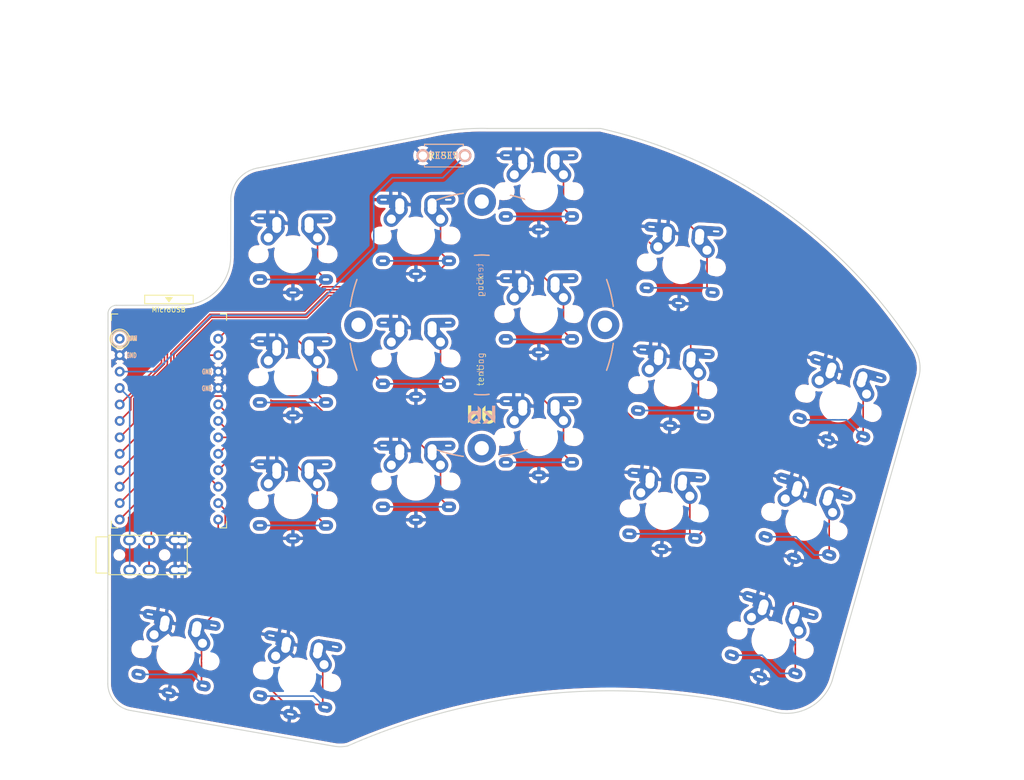
<source format=kicad_pcb>
(kicad_pcb (version 20211014) (generator pcbnew)
  (title_block (title "hypergolic") (date "2020-12-26") (rev "0.1") (company "broomlabs"))
  (layers (0 "F.Cu" signal) (31 "B.Cu" signal) (34 "B.Paste" user) (35 "F.Paste" user) (36 "B.SilkS" user "B.Silkscreen") (37 "F.SilkS" user "F.Silkscreen") (38 "B.Mask" user) (39 "F.Mask" user) (44 "Edge.Cuts" user))
  (net 0 "")
  (net 1 "reset")
  (net 2 "gnd")
  (net 3 "vcc")
  (net 4 "Switch18")
  (net 5 "Switch1")
  (net 6 "Switch2")
  (net 7 "Switch3")
  (net 8 "Switch4")
  (net 9 "Switch5")
  (net 10 "Switch6")
  (net 11 "Switch7")
  (net 12 "Switch8")
  (net 13 "Switch9")
  (net 14 "Switch10")
  (net 15 "Switch11")
  (net 16 "Switch12")
  (net 17 "Switch13")
  (net 18 "Switch14")
  (net 19 "Switch15")
  (net 20 "Switch16")
  (net 21 "Switch17")
  (net 22 "raw")
  (footprint "kbd:ProMicro_v3_min-tb" (layer "F.Cu") (at 47.668156 66.370105)
    (fp_text reference "U1" hide)
    (fp_text value "ProMicro-kbd" hide)
  )
  (footprint "kbd:Tenting_Puck2" (layer "F.Cu") (at 96 49.75)
    (fp_text reference "REF**")
    (fp_text value "Tenting Puck")
  )
  (footprint "Kailh:TRRS-PJ-DPB2" (layer "F.Cu") (at 38.4 85.3 90)
    (fp_text reference "Jack0" hide)
    (fp_text value "TRRS" hide)
  )
  (footprint "kbd:ResetSW" (layer "B.Cu") (at 90.15 23.6 180)
    (fp_text reference "RSW1" hide)
    (fp_text value "SW_Push")
  )
  (footprint "Kailh:keyswitch_cherrymx_alps_choc12_1u_flip" (layer "B.Cu") (at 151.1 61.85 164)
    (fp_text reference "SW2" hide)
    (fp_text value "SW_Push" hide)
  )
  (footprint "Kailh:keyswitch_cherrymx_alps_choc12_1u_flip" (layer "B.Cu") (at 126.835373 40.496283 176)
    (fp_text reference "SW3" hide)
    (fp_text value "SW_Push" hide)
  )
  (footprint "Kailh:keyswitch_cherrymx_alps_choc12_1u_flip" (layer "B.Cu") (at 104.82741 29.102 180)
    (fp_text reference "SW4" hide)
    (fp_text value "SW_Push" hide)
  )
  (footprint "Kailh:keyswitch_cherrymx_alps_choc12_1u_flip" (layer "B.Cu") (at 85.82741 35.962 180)
    (fp_text reference "SW5" hide)
    (fp_text value "SW_Push" hide)
  )
  (footprint "Kailh:keyswitch_cherrymx_alps_choc12_1u_flip" (layer "B.Cu") (at 66.82741 38.842 180)
    (fp_text reference "SW6" hide)
    (fp_text value "SW_Push" hide)
  )
  (footprint "Kailh:keyswitch_cherrymx_alps_choc12_1u_flip" (layer "B.Cu") (at 145.85 80.15 164)
    (fp_text reference "SW8" hide)
    (fp_text value "SW_Push" hide)
  )
  (footprint "Kailh:keyswitch_cherrymx_alps_choc12_1u_flip" (layer "B.Cu") (at 125.51 59.45 176)
    (fp_text reference "SW9" hide)
    (fp_text value "SW_Push" hide)
  )
  (footprint "Kailh:keyswitch_cherrymx_alps_choc12_1u_flip" (layer "B.Cu") (at 104.82741 48.092 180)
    (fp_text reference "SW10" hide)
    (fp_text value "SW_Push" hide)
  )
  (footprint "Kailh:keyswitch_cherrymx_alps_choc12_1u_flip" (layer "B.Cu") (at 85.82741 54.962 180)
    (fp_text reference "SW11" hide)
    (fp_text value "SW_Push" hide)
  )
  (footprint "Kailh:keyswitch_cherrymx_alps_choc12_1u_flip" (layer "B.Cu") (at 66.82741 57.842 180)
    (fp_text reference "SW12" hide)
    (fp_text value "SW_Push" hide)
  )
  (footprint "Kailh:keyswitch_cherrymx_alps_choc12_1u_flip" (layer "B.Cu") (at 140.618952 98.44645 164)
    (fp_text reference "SW14" hide)
    (fp_text value "SW_Push" hide)
  )
  (footprint "Kailh:keyswitch_cherrymx_alps_choc12_1u_flip" (layer "B.Cu") (at 124.183479 78.501258 176)
    (fp_text reference "SW15" hide)
    (fp_text value "SW_Push" hide)
  )
  (footprint "Kailh:keyswitch_cherrymx_alps_choc12_1u_flip" (layer "B.Cu") (at 104.82741 67.092 180)
    (fp_text reference "SW16" hide)
    (fp_text value "SW_Push" hide)
  )
  (footprint "Kailh:keyswitch_cherrymx_alps_choc12_1u_flip" (layer "B.Cu") (at 85.82741 73.967 180)
    (fp_text reference "SW17" hide)
    (fp_text value "SW_Push" hide)
  )
  (footprint "Kailh:keyswitch_cherrymx_alps_choc12_1u_flip" (layer "B.Cu") (at 66.82741 76.842 180)
    (fp_text reference "SW18" hide)
    (fp_text value "SW_Push" hide)
  )
  (footprint "Kailh:keyswitch_cherrymx_alps_choc12_1u_flip" (layer "B.Cu") (at 67.45 104.1 170)
    (fp_text reference "SW20" hide)
    (fp_text value "SW_Push" hide)
  )
  (footprint "Kailh:keyswitch_cherrymx_alps_choc12_1u_flip" (layer "B.Cu") (at 48.66941 100.8 170)
    (fp_text reference "SW21" hide)
    (fp_text value "SW_Push" hide)
  )
  (gr_circle (center 40.050892 51.9) (end 38.650892 51.85) (layer "B.SilkS") (width 0.1) (fill none))
  (gr_circle (center 40.05 51.9) (end 38.907634 51.9) (layer "B.SilkS") (width 0.1) (fill none))
  (gr_circle (center 40.05 51.907481) (end 40.2 50.407481) (layer "F.SilkS") (width 0.15) (fill none))
  (gr_circle (center 40.05 51.9) (end 40.15 50.7) (layer "F.SilkS") (width 0.15) (fill none))
  (gr_line (start 49.325915 46.71321) (end 39.602848 46.729443) (layer "Edge.Cuts") (width 0.15))
  (gr_line (start 57.216703 30.635586) (end 57.199774 39.24159) (layer "Edge.Cuts") (width 0.15))
  (gr_arc (start 162.85 53.4) (mid 163.673414 55.708885) (end 163.45 58.15) (layer "Edge.Cuts") (width 0.15))
  (gr_arc (start 150.141053 104.735229) (mid 146.569791 108.918825) (end 141.1 109.5) (layer "Edge.Cuts") (width 0.15))
  (gr_arc (start 57.216703 30.635586) (mid 58.391524 27.252946) (end 61.508904 25.491016) (layer "Edge.Cuts") (width 0.15))
  (gr_arc (start 57.199774 39.24159) (mid 54.85 44.65) (end 49.325915 46.71321) (layer "Edge.Cuts") (width 0.15))
  (gr_line (start 114.35 19.4) (end 96.819231 19.395153) (layer "Edge.Cuts") (width 0.15))
  (gr_arc (start 41.815813 109.344622) (mid 39.269411 107.95) (end 38.215813 105.244622) (layer "Edge.Cuts") (width 0.15))
  (gr_arc (start 75.283396 114.814) (mid 107.744297 106.615712) (end 141.1 109.5) (layer "Edge.Cuts") (width 0.15))
  (gr_arc (start 114.35 19.4) (mid 141.926583 31.654727) (end 162.85 53.4) (layer "Edge.Cuts") (width 0.15))
  (gr_line (start 38.253004 48.00697) (end 38.215813 105.244622) (layer "Edge.Cuts") (width 0.15))
  (gr_arc (start 87.891096 20.308985) (mid 92.326888 19.575818) (end 96.819231 19.395153) (layer "Edge.Cuts") (width 0.15))
  (gr_line (start 41.815813 109.344622) (end 73.16941 114.85) (layer "Edge.Cuts") (width 0.15))
  (gr_line (start 87.891096 20.308985) (end 61.508904 25.491016) (layer "Edge.Cuts") (width 0.15))
  (gr_arc (start 38.253004 48.00697) (mid 38.65 47.074548) (end 39.602848 46.729443) (layer "Edge.Cuts") (width 0.15))
  (gr_arc (start 75.283396 114.814) (mid 74.228149 114.934509) (end 73.16941 114.85) (layer "Edge.Cuts") (width 0.15))
  (gr_line (start 150.141053 104.735229) (end 163.45 58.15) (layer "Edge.Cuts") (width 0.15))
  (segment (start 93.4 23.6) (end 89.975 27.025) (width 0.25) (layer "B.Cu") (net 1))
  (segment (start 89.975 27.025) (end 82.175 27.025) (width 0.25) (layer "B.Cu") (net 1))
  (segment (start 68.825 48.275) (end 54.275 48.275) (width 0.25) (layer "B.Cu") (net 1))
  (segment (start 79.30289 29.89711) (end 79.30289 37.79711) (width 0.25) (layer "B.Cu") (net 1))
  (segment (start 79.30289 37.79711) (end 68.825 48.275) (width 0.25) (layer "B.Cu") (net 1))
  (segment (start 82.175 27.025) (end 79.30289 29.89711) (width 0.25) (layer "B.Cu") (net 1))
  (segment (start 54.275 48.275) (end 45.577895 56.972105) (width 0.25) (layer "B.Cu") (net 1))
  (segment (start 45.577895 56.972105) (end 40.059556 56.972105) (width 0.25) (layer "B.Cu") (net 1))
  (segment (start 121.9 37) (end 122.272769 37.372769) (width 0.25) (layer "F.Cu") (net 2))
  (segment (start 41.6 83) (end 41.6 87.61) (width 0.25) (layer "B.Cu") (net 3))
  (segment (start 41.6 87.61) (end 41.62 87.63) (width 0.25) (layer "B.Cu") (net 3))
  (segment (start 40.059556 59.512105) (end 41.6 61.052549) (width 0.25) (layer "B.Cu") (net 3))
  (segment (start 41.6 61.052549) (end 41.6 83) (width 0.25) (layer "B.Cu") (net 3))
  (segment (start 52.974566 54.432105) (end 44.94808 62.458591) (width 0.25) (layer "F.Cu") (net 4))
  (segment (start 44.94808 62.458591) (end 44.94808 65.24808) (width 0.25) (layer "F.Cu") (net 4))
  (segment (start 44.6 87.61) (end 44.62 87.63) (width 0.25) (layer "F.Cu") (net 4))
  (segment (start 44.94808 65.24808) (end 44.94808 65.44808) (width 0.25) (layer "F.Cu") (net 4))
  (segment (start 44.6 83) (end 44.6 87.61) (width 0.25) (layer "F.Cu") (net 4))
  (segment (start 55.279556 54.432105) (end 52.974566 54.432105) (width 0.25) (layer "F.Cu") (net 4))
  (segment (start 44.94808 65.44808) (end 44.94808 65.49808) (width 0.25) (layer "F.Cu") (net 4))
  (segment (start 44.94808 65.24808) (end 44.94808 82.65192) (width 0.25) (layer "F.Cu") (net 4))
  (segment (start 44.94808 82.65192) (end 44.6 83) (width 0.25) (layer "F.Cu") (net 4))
  (segment (start 63.85 60.75) (end 63.05 59.95) (width 0.25) (layer "F.Cu") (net 5))
  (segment (start 136.008738 69.75) (end 135.413107 70.345631) (width 0.25) (layer "F.Cu") (net 5))
  (segment (start 53.9 60.75) (end 52.7 61.95) (width 0.25) (layer "F.Cu") (net 5))
  (segment (start 152.18212 69.75) (end 136.008738 69.75) (width 0.25) (layer "F.Cu") (net 5))
  (segment (start 52.7 72.17255) (end 55.279556 74.752105) (width 0.25) (layer "F.Cu") (net 5))
  (segment (start 135.413107 70.345631) (end 125.504369 70.345631) (width 0.25) (layer "F.Cu") (net 5))
  (segment (start 155.45567 60.446205) (end 154.927449 60.974426) (width 0.25) (layer "F.Cu") (net 5))
  (segment (start 154.927449 67.004671) (end 152.18212 69.75) (width 0.25) (layer "F.Cu") (net 5))
  (segment (start 63.05 59.95) (end 57.65 59.95) (width 0.25) (layer "F.Cu") (net 5))
  (segment (start 57.65 59.95) (end 56.85 60.75) (width 0.25) (layer "F.Cu") (net 5))
  (segment (start 52.7 61.95) (end 52.7 72.17255) (width 0.25) (layer "F.Cu") (net 5))
  (segment (start 113.259218 58.10048) (end 97.528085 58.10048) (width 0.25) (layer "F.Cu") (net 5))
  (segment (start 125.504369 70.345631) (end 113.259218 58.10048) (width 0.25) (layer "F.Cu") (net 5))
  (segment (start 154.927449 60.974426) (end 154.927449 67.004671) (width 0.25) (layer "F.Cu") (net 5))
  (segment (start 91.845943 63.782621) (end 72.07772 63.782621) (width 0.25) (layer "F.Cu") (net 5))
  (segment (start 69.045099 60.75) (end 63.85 60.75) (width 0.25) (layer "F.Cu") (net 5))
  (segment (start 97.528085 58.10048) (end 91.845943 63.782621) (width 0.25) (layer "F.Cu") (net 5))
  (segment (start 56.85 60.75) (end 53.9 60.75) (width 0.25) (layer "F.Cu") (net 5))
  (segment (start 72.07772 63.782621) (end 69.045099 60.75) (width 0.25) (layer "F.Cu") (net 5))
  (segment (start 145.354431 64.425021) (end 152.347799 64.425021) (width 0.25) (layer "B.Cu") (net 5))
  (segment (start 152.347799 64.425021) (end 154.927449 67.004671) (width 0.25) (layer "B.Cu") (net 5))
  (segment (start 145.12258 64.19317) (end 145.354431 64.425021) (width 0.25) (layer "B.Cu") (net 5))
  (segment (start 121.45 31.65) (end 116.1 37) (width 0.25) (layer "F.Cu") (net 6))
  (segment (start 129.664114 35.882367) (end 125.431747 31.65) (width 0.25) (layer "F.Cu") (net 6))
  (segment (start 130.803995 43.895637) (end 131.650899 44.742541) (width 0.25) (layer "F.Cu") (net 6))
  (segment (start 116.1 37) (end 97.185718 37) (width 0.25) (layer "F.Cu") (net 6))
  (segment (start 68.786983 48.128577) (end 53.978577 48.128577) (width 0.25) (layer "F.Cu") (net 6))
  (segment (start 47.978577 56.040236) (end 42.674871 61.343944) (width 0.25) (layer "F.Cu") (net 6))
  (segment (start 128.915958 37.372769) (end 129.608309 36.680418) (width 0.25) (layer "F.Cu") (net 6))
  (segment (start 89.420158 44.76556) (end 72.15 44.76556) (width 0.25) (layer "F.Cu") (net 6))
  (segment (start 97.185718 37) (end 89.420158 44.76556) (width 0.25) (layer "F.Cu") (net 6))
  (segment (start 53.978577 48.128577) (end 47.978577 54.128577) (width 0.25) (layer "F.Cu") (net 6))
  (segment (start 72.15 44.76556) (end 68.786983 48.128577) (width 0.25) (layer "F.Cu") (net 6))
  (segment (start 42.674871 61.343944) (end 42.674871 67.05679) (width 0.25) (layer "F.Cu") (net 6))
  (segment (start 42.674871 67.05679) (end 40.059556 69.672105) (width 0.25) (layer "F.Cu") (net 6))
  (segment (start 125.431747 31.65) (end 121.45 31.65) (width 0.25) (layer "F.Cu") (net 6))
  (segment (start 47.978577 54.128577) (end 47.978577 56.040236) (width 0.25) (layer "F.Cu") (net 6))
  (segment (start 130.803995 38.217569) (end 130.803995 43.895637) (width 0.25) (layer "F.Cu") (net 6))
  (segment (start 130.939383 44.031025) (end 131.650899 44.742541) (width 0.25) (layer "B.Cu") (net 6))
  (segment (start 121.475746 44.031025) (end 130.939383 44.031025) (width 0.25) (layer "B.Cu") (net 6))
  (segment (start 47.417379 54.054057) (end 47.417379 55.965717) (width 0.25) (layer "F.Cu") (net 7))
  (segment (start 53.871917 47.599519) (end 47.417379 54.054057) (width 0.25) (layer "F.Cu") (net 7))
  (segment (start 68.666521 47.599519) (end 53.871917 47.599519) (width 0.25) (layer "F.Cu") (net 7))
  (segment (start 71.95 44.31604) (end 68.666521 47.599519) (width 0.25) (layer "F.Cu") (net 7))
  (segment (start 47.417379 55.965717) (end 42.225351 61.157746) (width 0.25) (layer "F.Cu") (net 7))
  (segment (start 89.23396 44.31604) (end 71.95 44.31604) (width 0.25) (layer "F.Cu") (net 7))
  (segment (start 108.62741 31.702) (end 109.92741 33.002) (width 0.25) (layer "F.Cu") (net 7))
  (segment (start 42.225351 64.96631) (end 40.059556 67.132105) (width 0.25) (layer "F.Cu") (net 7))
  (segment (start 106.489705 36.439705) (end 97.110295 36.439705) (width 0.25) (layer "F.Cu") (net 7))
  (segment (start 108.62741 26.552) (end 108.62741 31.702) (width 0.25) (layer "F.Cu") (net 7))
  (segment (start 42.225351 61.157746) (end 42.225351 64.96631) (width 0.25) (layer "F.Cu") (net 7))
  (segment (start 109.92741 33.002) (end 106.489705 36.439705) (width 0.25) (layer "F.Cu") (net 7))
  (segment (start 97.110295 36.439705) (end 89.23396 44.31604) (width 0.25) (layer "F.Cu") (net 7))
  (segment (start 109.92741 33.002) (end 99.72741 33.002) (width 0.25) (layer "B.Cu") (net 7))
  (segment (start 89.62741 38.562) (end 90.92741 39.862) (width 0.25) (layer "F.Cu") (net 8))
  (segment (start 46.967859 55.77952) (end 46.967859 53.867859) (width 0.25) (layer "F.Cu") (net 8))
  (segment (start 41.775831 62.875831) (end 41.775831 60.971548) (width 0.25) (layer "F.Cu") (net 8))
  (segment (start 46.967859 53.867859) (end 53.685718 47.15) (width 0.25) (layer "F.Cu") (net 8))
  (segment (start 40.059556 64.592105) (end 41.775831 62.875831) (width 0.25) (layer "F.Cu") (net 8))
  (segment (start 89.62741 33.412) (end 89.62741 38.562) (width 0.25) (layer "F.Cu") (net 8))
  (segment (start 86.92289 43.86652) (end 90.92741 39.862) (width 0.25) (layer "F.Cu") (net 8))
  (segment (start 41.775831 60.971548) (end 46.967859 55.77952) (width 0.25) (layer "F.Cu") (net 8))
  (segment (start 53.685718 47.15) (end 68.155127 47.15) (width 0.25) (layer "F.Cu") (net 8))
  (segment (start 71.438608 43.86652) (end 86.92289 43.86652) (width 0.25) (layer "F.Cu") (net 8))
  (segment (start 68.527564 46.777564) (end 71.438608 43.86652) (width 0.25) (layer "F.Cu") (net 8))
  (segment (start 68.155127 47.15) (end 68.527564 46.777564) (width 0.25) (layer "F.Cu") (net 8))
  (segment (start 90.92741 39.862) (end 80.72741 39.862) (width 0.25) (layer "B.Cu") (net 8))
  (segment (start 70.62741 36.292) (end 70.62741 41.442) (width 0.25) (layer "F.Cu") (net 9))
  (segment (start 71.92741 42.742) (end 68.184705 46.484705) (width 0.25) (layer "F.Cu") (net 9))
  (segment (start 68.184705 46.484705) (end 53.715295 46.484705) (width 0.25) (layer "F.Cu") (net 9))
  (segment (start 53.715295 46.484705) (end 46.518339 53.681662) (width 0.25) (layer "F.Cu") (net 9))
  (segment (start 46.518339 55.593323) (end 40.059556 62.052105) (width 0.25) (layer "F.Cu") (net 9))
  (segment (start 70.62741 41.442) (end 71.92741 42.742) (width 0.25) (layer "F.Cu") (net 9))
  (segment (start 46.518339 53.681662) (end 46.518339 55.593323) (width 0.25) (layer "F.Cu") (net 9))
  (segment (start 71.92741 42.742) (end 61.72741 42.742) (width 0.25) (layer "B.Cu") (net 9))
  (segment (start 92.43556 42.728722) (end 92.43556 42.66444) (width 0.25) (layer "F.Cu") (net 10))
  (segment (start 132.1 52.05) (end 133.2 53.15) (width 0.25) (layer "F.Cu") (net 10))
  (segment (start 43.15 69.121661) (end 43.15 61.504533) (width 0.25) (layer "F.Cu") (net 10))
  (segment (start 121.535718 47.35) (end 124.6 47.35) (width 0.25) (layer "F.Cu") (net 10))
  (segment (start 92.43556 42.66444) (end 97.65048 37.44952) (width 0.25) (layer "F.Cu") (net 10))
  (segment (start 68.97318 48.578097) (end 72.336198 45.21508) (width 0.25) (layer "F.Cu") (net 10))
  (segment (start 48.428097 54.314775) (end 54.164775 48.578097) (width 0.25) (layer "F.Cu") (net 10))
  (segment (start 97.65048 37.44952) (end 114.54952 37.44952) (width 0.25) (layer "F.Cu") (net 10))
  (segment (start 149.677449 79.274426) (end 149.677449 85.304671) (width 0.25) (layer "F.Cu") (net 10))
  (segment (start 160.25 66.099751) (end 149.355704 76.994047) (width 0.25) (layer "F.Cu") (net 10))
  (segment (start 89.949202 45.21508) (end 92.43556 42.728722) (width 0.25) (layer "F.Cu") (net 10))
  (segment (start 40.059556 72.212105) (end 43.15 69.121661) (width 0.25) (layer "F.Cu") (net 10))
  (segment (start 160.25 58.05) (end 160.25 66.099751) (width 0.25) (layer "F.Cu") (net 10))
  (segment (start 114.69952 40.513802) (end 121.535718 47.35) (width 0.25) (layer "F.Cu") (net 10))
  (segment (start 114.69952 37.59952) (end 114.69952 40.513802) (width 0.25) (layer "F.Cu") (net 10))
  (segment (start 54.164775 48.578097) (end 68.97318 48.578097) (width 0.25) (layer "F.Cu") (net 10))
  (segment (start 43.15 61.504533) (end 48.428097 56.226437) (width 0.25) (layer "F.Cu") (net 10))
  (segment (start 72.336198 45.21508) (end 89.949202 45.21508) (width 0.25) (layer "F.Cu") (net 10))
  (segment (start 124.6 47.35) (end 129.3 52.05) (width 0.25) (layer "F.Cu") (net 10))
  (segment (start 114.54952 37.44952) (end 114.69952 37.59952) (width 0.25) (layer "F.Cu") (net 10))
  (segment (start 155.35 53.15) (end 160.25 58.05) (width 0.25) (layer "F.Cu") (net 10))
  (segment (start 150.20567 78.746205) (end 149.677449 79.274426) (width 0.25) (layer "F.Cu") (net 10))
  (segment (start 133.2 53.15) (end 155.35 53.15) (width 0.25) (layer "F.Cu") (net 10))
  (segment (start 129.3 52.05) (end 132.1 52.05) (width 0.25) (layer "F.Cu") (net 10))
  (segment (start 48.428097 56.226437) (end 48.428097 54.314775) (width 0.25) (layer "F.Cu") (net 10))
  (segment (start 139.87258 82.49317) (end 144.551539 82.49317) (width 0.25) (layer "B.Cu") (net 10))
  (segment (start 147.36304 85.304671) (end 149.677449 85.304671) (width 0.25) (layer "B.Cu") (net 10))
  (segment (start 144.551539 82.49317) (end 147.36304 85.304671) (width 0.25) (layer "B.Cu") (net 10))
  (segment (start 129.478622 62.849354) (end 130.325526 63.696258) (width 0.25) (layer "F.Cu") (net 11))
  (segment (start 114.15 37.89904) (end 97.836677 37.89904) (width 0.25) (layer "F.Cu") (net 11))
  (segment (start 68.727617 49.027617) (end 54.350973 49.027617) (width 0.25) (layer "F.Cu") (net 11))
  (segment (start 121.34952 47.79952) (end 114.15 40.6) (width 0.25) (layer "F.Cu") (net 11))
  (segment (start 128.282936 55.634135) (end 128.282936 52.031976) (width 0.25) (layer "F.Cu") (net 11))
  (segment (start 72.522396 45.6646) (end 68.943498 49.243498) (width 0.25) (layer "F.Cu") (net 11))
  (segment (start 129.478622 57.171286) (end 129.478622 62.849354) (width 0.25) (layer "F.Cu") (net 11))
  (segment (start 97.836677 37.89904) (end 95.017859 40.717859) (width 0.25) (layer "F.Cu") (net 11))
  (segment (start 128.282936 52.031976) (end 124.05048 47.79952) (width 0.25) (layer "F.Cu") (net 11))
  (segment (start 54.350973 49.027617) (end 48.877617 54.500973) (width 0.25) (layer "F.Cu") (net 11))
  (segment (start 124.05048 47.79952) (end 121.34952 47.79952) (width 0.25) (layer "F.Cu") (net 11))
  (segment (start 43.59952 71.212141) (end 40.059556 74.752105) (width 0.25) (layer "F.Cu") (net 11))
  (segment (start 68.943498 49.243498) (end 68.727617 49.027617) (width 0.25) (layer "F.Cu") (net 11))
  (segment (start 48.877617 54.500973) (end 48.877617 56.621903) (width 0.25) (layer "F.Cu") (net 11))
  (segment (start 114.15 40.6) (end 114.15 37.89904) (width 0.25) (layer "F.Cu") (net 11))
  (segment (start 90.1354 45.6646) (end 72.522396 45.6646) (width 0.25) (layer "F.Cu") (net 11))
  (segment (start 95.017859 40.717859) (end 95.017859 40.782141) (width 0.25) (layer "F.Cu") (net 11))
  (segment (start 43.59952 61.9) (end 43.59952 71.212141) (width 0.25) (layer "F.Cu") (net 11))
  (segment (start 48.877617 56.621903) (end 43.59952 61.9) (width 0.25) (layer "F.Cu") (net 11))
  (segment (start 95.017859 40.782141) (end 90.1354 45.6646) (width 0.25) (layer "F.Cu") (net 11))
  (segment (start 120.150373 62.984742) (end 129.61401 62.984742) (width 0.25) (layer "B.Cu") (net 11))
  (segment (start 129.61401 62.984742) (end 130.325526 63.696258) (width 0.25) (layer "B.Cu") (net 11))
  (segment (start 54.607326 49.693018) (end 54.464308 49.55) (width 0.25) (layer "F.Cu") (net 12))
  (segment (start 69.129696 49.693018) (end 54.607326 49.693018) (width 0.25) (layer "F.Cu") (net 12))
  (segment (start 44.04904 62.086198) (end 44.04904 73.302622) (width 0.25) (layer "F.Cu") (net 12))
  (segment (start 90.33588 46.11412) (end 72.708594 46.11412) (width 0.25) (layer "F.Cu") (net 12))
  (segment (start 108.62741 45.542) (end 108.62741 50.692) (width 0.25) (layer "F.Cu") (net 12))
  (segment (start 72.708594 46.11412) (end 69.129696 49.693018) (width 0.25) (layer "F.Cu") (net 12))
  (segment (start 49.327137 54.687171) (end 49.327137 56.8081) (width 0.25) (layer "F.Cu") (net 12))
  (segment (start 44.04904 73.302622) (end 40.059556 77.292105) (width 0.25) (layer "F.Cu") (net 12))
  (segment (start 107.32741 44.092) (end 101.78541 38.55) (width 0.25) (layer "F.Cu") (net 12))
  (segment (start 49.327137 56.8081) (end 44.04904 62.086198) (width 0.25) (layer "F.Cu") (net 12))
  (segment (start 54.464308 49.55) (end 49.327137 54.687171) (width 0.25) (layer "F.Cu") (net 12))
  (segment (start 108.62741 50.692) (end 109.92741 51.992) (width 0.25) (layer "F.Cu") (net 12))
  (segment (start 101.78541 38.55) (end 97.9 38.55) (width 0.25) (layer "F.Cu") (net 12))
  (segment (start 97.9 38.55) (end 90.33588 46.11412) (width 0.25) (layer "F.Cu") (net 12))
  (segment (start 99.72741 51.992) (end 109.92741 51.992) (width 0.25) (layer "B.Cu") (net 12))
  (segment (start 89.62741 52.412) (end 89.62741 57.562) (width 0.25) (layer "F.Cu") (net 13))
  (segment (start 89.602389 52.386979) (end 89.62741 52.412) (width 0.25) (layer "F.Cu") (net 13))
  (segment (start 49.776657 56.994297) (end 44.49856 62.272396) (width 0.25) (layer "F.Cu") (net 13))
  (segment (start 71.357462 50.142538) (end 54.507488 50.142538) (width 0.25) (layer "F.Cu") (net 13))
  (segment (start 89.62741 57.562) (end 90.92741 58.862) (width 0.25) (layer "F.Cu") (net 13))
  (segment (start 54.507488 50.142538) (end 49.776657 54.873369) (width 0.25) (layer "F.Cu") (net 13))
  (segment (start 72.892538 51.027128) (end 72.242052 51.027128) (width 0.25) (layer "F.Cu") (net 13))
  (segment (start 80.72741 58.862) (end 72.892538 51.027128) (width 0.25) (layer "F.Cu") (net 13))
  (segment (start 44.49856 62.272396) (end 44.49856 75.393102) (width 0.25) (layer "F.Cu") (net 13))
  (segment (start 44.49856 75.393102) (end 40.059556 79.832105) (width 0.25) (layer "F.Cu") (net 13))
  (segment (start 49.776657 54.873369) (end 49.776657 56.994297) (width 0.25) (layer "F.Cu") (net 13))
  (segment (start 72.242052 51.027128) (end 71.357462 50.142538) (width 0.25) (layer "F.Cu") (net 13))
  (segment (start 80.72741 58.862) (end 90.92741 58.862) (width 0.25) (layer "B.Cu") (net 13))
  (segment (start 70.62741 55.292) (end 70.62741 60.442) (width 0.25) (layer "F.Cu") (net 14))
  (segment (start 69.32741 53.842) (end 66.077468 50.592058) (width 0.25) (layer "F.Cu") (net 14))
  (segment (start 66.077468 50.592058) (end 56.579603 50.592058) (width 0.25) (layer "F.Cu") (net 14))
  (segment (start 56.579603 50.592058) (end 55.279556 51.892105) (width 0.25) (layer "F.Cu") (net 14))
  (segment (start 70.62741 60.442) (end 71.92741 61.742) (width 0.25) (layer "F.Cu") (net 14))
  (segment (start 61.72741 61.742) (end 71.92741 61.742) (width 0.25) (layer "B.Cu") (net 14))
  (segment (start 144.446401 97.570876) (end 144.446401 103.601121) (width 0.25) (layer "F.Cu") (net 15))
  (segment (start 131.91151 70.88849) (end 132.917381 71.894361) (width 0.25) (layer "F.Cu") (net 15))
  (segment (start 114.4235 59.90048) (end 114.25048 59.90048) (width 0.25) (layer "F.Cu") (net 15))
  (segment (start 59.460516 66.233065) (end 55.279556 62.052105) (width 0.25) (layer "F.Cu") (net 15))
  (segment (start 125.41151 70.88849) (end 131.91151 70.88849) (width 0.25) (layer "F.Cu") (net 15))
  (segment (start 72.817859 64.232141) (end 70.816935 66.233065) (width 0.25) (layer "F.Cu") (net 15))
  (segment (start 144.124656 91.889894) (end 132.917381 80.682619) (width 0.25) (layer "F.Cu") (net 15))
  (segment (start 114.25048 59.90048) (end 112.9 58.55) (width 0.25) (layer "F.Cu") (net 15))
  (segment (start 97.714282 58.55) (end 92.032141 64.232141) (width 0.25) (layer "F.Cu") (net 15))
  (segment (start 144.124656 95.290497) (end 144.124656 91.889894) (width 0.25) (layer "F.Cu") (net 15))
  (segment (start 144.974622 97.042655) (end 144.446401 97.570876) (width 0.25) (layer "F.Cu") (net 15))
  (segment (start 112.9 58.55) (end 97.714282 58.55) (width 0.25) (layer "F.Cu") (net 15))
  (segment (start 125.41151 70.88849) (end 114.4235 59.90048) (width 0.25) (layer "F.Cu") (net 15))
  (segment (start 92.032141 64.232141) (end 72.817859 64.232141) (width 0.25) (layer "F.Cu") (net 15))
  (segment (start 70.816935 66.233065) (end 59.460516 66.233065) (width 0.25) (layer "F.Cu") (net 15))
  (segment (start 132.917381 71.894361) (end 132.917381 80.682619) (width 0.25) (layer "F.Cu") (net 15))
  (segment (start 142.131992 103.601121) (end 144.446401 103.601121) (width 0.25) (layer "B.Cu") (net 15))
  (segment (start 134.641532 100.78962) (end 139.320491 100.78962) (width 0.25) (layer "B.Cu") (net 15))
  (segment (start 139.320491 100.78962) (end 142.131992 103.601121) (width 0.25) (layer "B.Cu") (net 15))
  (segment (start 132.467861 72.155871) (end 132.467861 79.27866) (width 0.25) (layer "F.Cu") (net 16))
  (segment (start 132.467861 79.27866) (end 128.999005 82.747516) (width 0.25) (layer "F.Cu") (net 16))
  (segment (start 113.46484 59.750558) (end 113.46484 59.98516) (width 0.25) (layer "F.Cu") (net 16))
  (segment (start 92.05 64.85) (end 97.90048 58.99952) (width 0.25) (layer "F.Cu") (net 16))
  (segment (start 97.90048 58.99952) (end 112.713802 58.99952) (width 0.25) (layer "F.Cu") (net 16))
  (segment (start 57.370036 66.682585) (end 72.067415 66.682585) (width 0.25) (layer "F.Cu") (net 16))
  (segment (start 55.279556 64.592105) (end 57.370036 66.682585) (width 0.25) (layer "F.Cu") (net 16))
  (segment (start 131.65 71.33801) (end 132.467861 72.155871) (width 0.25) (layer "F.Cu") (net 16))
  (segment (start 113.46484 59.98516) (end 124.81769 71.33801) (width 0.25) (layer "F.Cu") (net 16))
  (segment (start 128.152101 81.900612) (end 128.999005 82.747516) (width 0.25) (layer "F.Cu") (net 16))
  (segment (start 73.9 64.85) (end 92.05 64.85) (width 0.25) (layer "F.Cu") (net 16))
  (segment (start 112.713802 58.99952) (end 113.46484 59.750558) (width 0.25) (layer "F.Cu") (net 16))
  (segment (start 128.152101 76.222544) (end 128.152101 81.900612) (width 0.25) (layer "F.Cu") (net 16))
  (segment (start 72.067415 66.682585) (end 73.9 64.85) (width 0.25) (layer "F.Cu") (net 16))
  (segment (start 124.81769 71.33801) (end 131.65 71.33801) (width 0.25) (layer "F.Cu") (net 16))
  (segment (start 128.287489 82.036) (end 128.999005 82.747516) (width 0.25) (layer "B.Cu") (net 16))
  (segment (start 118.823852 82.036) (end 128.287489 82.036) (width 0.25) (layer "B.Cu") (net 16))
  (segment (start 74.70048 65.29952) (end 92.25048 65.29952) (width 0.25) (layer "F.Cu") (net 17))
  (segment (start 92.25048 65.285238) (end 92.25048 65.29952) (width 0.25) (layer "F.Cu") (net 17))
  (segment (start 108.62741 69.692) (end 109.92741 70.992) (width 0.25) (layer "F.Cu") (net 17))
  (segment (start 55.279556 67.132105) (end 72.867895 67.132105) (width 0.25) (layer "F.Cu") (net 17))
  (segment (start 107.32741 63.092) (end 103.68445 59.44904) (width 0.25) (layer "F.Cu") (net 17))
  (segment (start 108.62741 64.542) (end 108.62741 69.692) (width 0.25) (layer "F.Cu") (net 17))
  (segment (start 72.867895 67.132105) (end 74.70048 65.29952) (width 0.25) (layer "F.Cu") (net 17))
  (segment (start 98.086678 59.44904) (end 92.25048 65.285238) (width 0.25) (layer "F.Cu") (net 17))
  (segment (start 103.68445 59.44904) (end 98.086678 59.44904) (width 0.25) (layer "F.Cu") (net 17))
  (segment (start 99.72741 70.992) (end 109.92741 70.992) (width 0.25) (layer "B.Cu") (net 17))
  (segment (start 55.279556 69.672105) (end 57.370036 67.581625) (width 0.25) (layer "F.Cu") (net 18))
  (segment (start 75.15096 65.74904) (end 73.3 67.6) (width 0.25) (layer "F.Cu") (net 18))
  (segment (start 89.62741 71.417) (end 89.62741 76.567) (width 0.25) (layer "F.Cu") (net 18))
  (segment (start 85.2 66.83959) (end 88.32741 69.967) (width 0.25) (layer "F.Cu") (net 18))
  (segment (start 75.15096 65.74904) (end 85.2 65.74904) (width 0.25) (layer "F.Cu") (net 18))
  (segment (start 89.62741 76.567) (end 90.92741 77.867) (width 0.25) (layer "F.Cu") (net 18))
  (segment (start 57.370036 67.581625) (end 73.281625 67.581625) (width 0.25) (layer "F.Cu") (net 18))
  (segment (start 73.281625 67.581625) (end 73.3 67.6) (width 0.25) (layer "F.Cu") (net 18))
  (segment (start 85.2 65.74904) (end 85.2 66.83959) (width 0.25) (layer "F.Cu") (net 18))
  (segment (start 80.72741 77.867) (end 90.92741 77.867) (width 0.25) (layer "B.Cu") (net 18))
  (segment (start 66.160583 70.210583) (end 66.010583 70.210583) (width 0.25) (layer "F.Cu") (net 19))
  (segment (start 70.55 74.6) (end 66.160583 70.210583) (width 0.25) (layer "F.Cu") (net 19))
  (segment (start 63.831145 68.031145) (end 58.4 68.031145) (width 0.25) (layer "F.Cu") (net 19))
  (segment (start 58.4 68.031145) (end 57.020831 69.410314) (width 0.25) (layer "F.Cu") (net 19))
  (segment (start 57.020831 69.410314) (end 57.020831 70.470831) (width 0.25) (layer "F.Cu") (net 19))
  (segment (start 71.92741 80.742) (end 70.55 79.36459) (width 0.25) (layer "F.Cu") (net 19))
  (segment (start 66.010583 70.210583) (end 63.831145 68.031145) (width 0.25) (layer "F.Cu") (net 19))
  (segment (start 57.020831 70.470831) (end 55.279556 72.212105) (width 0.25) (layer "F.Cu") (net 19))
  (segment (start 70.55 79.36459) (end 70.55 74.6) (width 0.25) (layer "F.Cu") (net 19))
  (segment (start 61.72741 80.742) (end 71.92741 80.742) (width 0.25) (layer "B.Cu") (net 19))
  (segment (start 71.427802 102.455873) (end 71.427802 108.558866) (width 0.25) (layer "F.Cu") (net 20))
  (segment (start 58.705489 104.855489) (end 62.194511 104.855489) (width 0.25) (layer "F.Cu") (net 20))
  (segment (start 71.585072 102.298603) (end 71.427802 102.455873) (width 0.25) (layer "F.Cu") (net 20))
  (segment (start 71.427802 108.558866) (end 71.745292 108.876356) (width 0.25) (layer "F.Cu") (net 20))
  (segment (start 56.366067 78.378616) (end 56.366067 102.516067) (width 0.25) (layer "F.Cu") (net 20))
  (segment (start 56.366067 102.516067) (end 58.705489 104.855489) (width 0.25) (layer "F.Cu") (net 20))
  (segment (start 55.279556 77.292105) (end 56.366067 78.378616) (width 0.25) (layer "F.Cu") (net 20))
  (segment (start 62.194511 104.855489) (end 65.739022 108.4) (width 0.25) (layer "F.Cu") (net 20))
  (segment (start 65.739022 108.4) (end 70.75 108.4) (width 0.25) (layer "F.Cu") (net 20))
  (segment (start 61.700253 107.105145) (end 69.974081 107.105145) (width 0.25) (layer "B.Cu") (net 20))
  (segment (start 69.974081 107.105145) (end 71.745292 108.876356) (width 0.25) (layer "B.Cu") (net 20))
  (segment (start 55.279556 93.841355) (end 51.826022 97.294889) (width 0.25) (layer "F.Cu") (net 21))
  (segment (start 52.697212 105.208866) (end 53.014702 105.526356) (width 0.25) (layer "F.Cu") (net 21))
  (segment (start 55.279556 79.832105) (end 55.279556 93.841355) (width 0.25) (layer "F.Cu") (net 21))
  (segment (start 52.854482 98.948603) (end 52.697212 99.105873) (width 0.25) (layer "F.Cu") (net 21))
  (segment (start 52.697212 99.105873) (end 52.697212 105.208866) (width 0.25) (layer "F.Cu") (net 21))
  (segment (start 51.243491 103.755145) (end 53.014702 105.526356) (width 0.25) (layer "B.Cu") (net 21))
  (segment (start 42.969663 103.755145) (end 51.243491 103.755145) (width 0.25) (layer "B.Cu") (net 21))
  (zone (net 2) (net_name "gnd") (layer "F.Cu") (connect_pads (clearance 0.508)) (min_thickness 0.254) (fill yes (thermal_gap 0.508) (thermal_bridge_width 0.508))
    (polygon (pts (xy 29.343052 1.721099) (xy 21.563705 120.11914) (xy 172.448659 119.223799) (xy 171.084006 -0.444242)))
  )
  (zone (net 2) (net_name "gnd") (layer "B.Cu") (connect_pads (clearance 0.508)) (min_thickness 0.254) (fill yes (thermal_gap 0.508) (thermal_bridge_width 0.508))
    (polygon (pts (xy 32.874654 12.915098) (xy 25.582475 118.019302) (xy 179.801009 118.368083) (xy 178.965188 11.485879)))
  )
)
</source>
